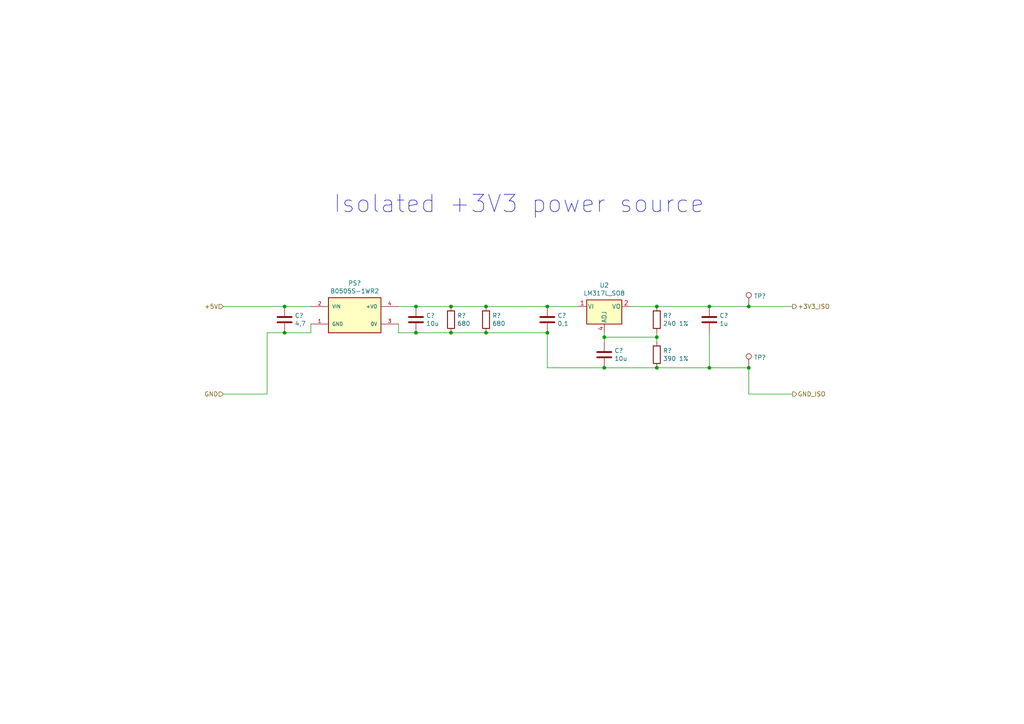
<source format=kicad_sch>
(kicad_sch (version 20231120) (generator "eeschema") (generator_version "8.0")
  (paper "A4")
  (title_block (title "Furnace 230V") (date "2021-08-26") (rev "1.0") (company "Yuriy Volkov"))
  (lib_symbols
    (symbol "B0505S-1WR2:B0505S-1WR2" (pin_names (offset 1.016))
      (property "Reference" "PS" (at -7.62 7.62 0))
      (property "Value" "B0505S-1WR2" (at -7.62 -7.62 0))
      (symbol "B0505S-1WR2_0_0"
        (rectangle (start -7.62 -5.08) (end 7.62 5.08) (stroke (width 0.254)) (fill (type background)))
        (pin power_in line (at -12.7 -2.54 0) (length 5.08) (name "GND") (number "1"))
        (pin power_in line (at -12.7 2.54 0) (length 5.08) (name "VIN") (number "2"))
        (pin power_out line (at 12.7 -2.54 180) (length 5.08) (name "0V") (number "3"))
        (pin power_out line (at 12.7 2.54 180) (length 5.08) (name "+VO") (number "4"))
      )
    )
    (symbol "furnace_230V-rescue:C-Device" (pin_numbers hide) (pin_names (offset 0.254))
      (property "Reference" "C" (at 0.635 2.54 0))
      (property "Value" "C-Device" (at 0.635 -2.54 0))
      (symbol "C-Device_0_1"
        (polyline (pts (xy -2.032 -0.762) (xy 2.032 -0.762)) (stroke (width 0.508)))
        (polyline (pts (xy -2.032 0.762) (xy 2.032 0.762)) (stroke (width 0.508)))
      )
      (symbol "C-Device_1_1"
        (pin passive line (at 0 3.81 270) (length 2.794) (name "~") (number "1"))
        (pin passive line (at 0 -3.81 90) (length 2.794) (name "~") (number "2"))
      )
    )
    (symbol "furnace_230V-rescue:R-Device" (pin_numbers hide) (pin_names (offset 0))
      (property "Reference" "R" (at 2.032 0 90))
      (property "Value" "R-Device" (at 0 0 90))
      (symbol "R-Device_0_1"
        (rectangle (start -1.016 -2.54) (end 1.016 2.54) (stroke (width 0.254)))
      )
      (symbol "R-Device_1_1"
        (pin passive line (at 0 3.81 270) (length 1.27) (name "~") (number "1"))
        (pin passive line (at 0 -3.81 90) (length 1.27) (name "~") (number "2"))
      )
    )
    (symbol "furnace_230V-rescue:TestPoint-Connector" (pin_numbers hide) (pin_names (offset 0.762) hide)
      (property "Reference" "TP" (at 0 6.858 0))
      (property "Value" "TestPoint-Connector" (at 0 5.08 0))
      (symbol "TestPoint-Connector_0_1"
        (circle (center 0 3.302) (radius 0.762))
      )
      (symbol "TestPoint-Connector_1_1"
        (pin passive line (at 0 0 90) (length 2.54) (name "1") (number "1"))
      )
    )
    (symbol "lm317l_so8:LM317L_SO8-Regulator_Linear" (pin_names (offset 0.254))
      (property "Reference" "U" (at -3.81 3.175 0))
      (property "Value" "LM317L_SO8-Regulator_Linear" (at 0 3.175 0))
      (symbol "LM317L_SO8-Regulator_Linear_0_1"
        (rectangle (start -5.08 1.905) (end 5.08 -5.08) (stroke (width 0.254)) (fill (type background)))
      )
      (symbol "LM317L_SO8-Regulator_Linear_1_1"
        (pin power_in line (at -7.62 0 0) (length 2.54) (name "VI") (number "1"))
        (pin power_out line (at 7.62 0 180) (length 2.54) (name "VO") (number "2"))
        (pin passive line (at 7.62 0 180) (length 2.54) hide (name "VO") (number "3"))
        (pin input line (at 0 -7.62 90) (length 2.54) (name "ADJ") (number "4"))
        (pin no_connect line (at -5.08 -2.54 0) (length 2.54) hide (name "NC") (number "5"))
        (pin passive line (at 7.62 0 180) (length 2.54) hide (name "VO") (number "6"))
        (pin passive line (at 7.62 0 180) (length 2.54) hide (name "VO") (number "7"))
        (pin no_connect line (at 5.08 -2.54 180) (length 2.54) hide (name "NC") (number "8"))
      )
    )
  )
  (junction (at 130.81 88.9))
  (junction (at 190.5 106.68))
  (junction (at 217.17 88.9))
  (junction (at 217.17 106.68))
  (junction (at 130.81 96.52))
  (junction (at 158.75 88.9))
  (junction (at 190.5 97.79))
  (junction (at 205.74 88.9))
  (junction (at 190.5 88.9))
  (junction (at 158.75 96.52))
  (junction (at 82.55 88.9))
  (junction (at 175.26 97.79))
  (junction (at 120.65 96.52))
  (junction (at 120.65 88.9))
  (junction (at 205.74 106.68))
  (junction (at 175.26 106.68))
  (junction (at 82.55 96.52))
  (junction (at 140.97 96.52))
  (junction (at 140.97 88.9))
  (wire (pts (xy 175.26 97.79) (xy 190.5 97.79)))
  (wire (pts (xy 158.75 106.68) (xy 175.26 106.68)))
  (wire (pts (xy 175.26 96.52) (xy 175.26 97.79)))
  (wire (pts (xy 182.88 88.9) (xy 190.5 88.9)))
  (wire (pts (xy 77.47 114.3) (xy 77.47 96.52)))
  (wire (pts (xy 115.57 96.52) (xy 115.57 93.98)))
  (wire (pts (xy 175.26 106.68) (xy 190.5 106.68)))
  (wire (pts (xy 158.75 96.52) (xy 158.75 106.68)))
  (wire (pts (xy 130.81 96.52) (xy 140.97 96.52)))
  (wire (pts (xy 130.81 88.9) (xy 140.97 88.9)))
  (wire (pts (xy 64.77 114.3) (xy 77.47 114.3)))
  (wire (pts (xy 205.74 88.9) (xy 217.17 88.9)))
  (wire (pts (xy 115.57 96.52) (xy 120.65 96.52)))
  (wire (pts (xy 190.5 97.79) (xy 190.5 99.06)))
  (wire (pts (xy 140.97 88.9) (xy 158.75 88.9)))
  (wire (pts (xy 158.75 88.9) (xy 167.64 88.9)))
  (wire (pts (xy 205.74 106.68) (xy 190.5 106.68)))
  (wire (pts (xy 175.26 97.79) (xy 175.26 99.06)))
  (wire (pts (xy 217.17 106.68) (xy 205.74 106.68)))
  (wire (pts (xy 120.65 96.52) (xy 130.81 96.52)))
  (wire (pts (xy 205.74 96.52) (xy 205.74 106.68)))
  (wire (pts (xy 120.65 88.9) (xy 115.57 88.9)))
  (wire (pts (xy 217.17 114.3) (xy 217.17 106.68)))
  (wire (pts (xy 82.55 96.52) (xy 90.17 96.52)))
  (wire (pts (xy 217.17 88.9) (xy 229.87 88.9)))
  (wire (pts (xy 120.65 88.9) (xy 130.81 88.9)))
  (wire (pts (xy 190.5 96.52) (xy 190.5 97.79)))
  (wire (pts (xy 77.47 96.52) (xy 82.55 96.52)))
  (wire (pts (xy 229.87 114.3) (xy 217.17 114.3)))
  (wire (pts (xy 90.17 88.9) (xy 82.55 88.9)))
  (wire (pts (xy 64.77 88.9) (xy 82.55 88.9)))
  (wire (pts (xy 190.5 88.9) (xy 205.74 88.9)))
  (wire (pts (xy 90.17 96.52) (xy 90.17 93.98)))
  (wire (pts (xy 140.97 96.52) (xy 158.75 96.52)))
  (text "Isolated +3V3 power source" (at 204.47 62.23 0) (effects (font (size 5.0038 5.0038)) (justify right bottom)))
  (hierarchical_label "+3V3_ISO" (shape output) (at 229.87 88.9 0))
  (hierarchical_label "+5V" (shape input) (at 64.77 88.9 180))
  (hierarchical_label "GND_ISO" (shape output) (at 229.87 114.3 0))
  (hierarchical_label "GND" (shape input) (at 64.77 114.3 180))
  (symbol (lib_id "B0505S-1WR2:B0505S-1WR2") (at 102.87 91.44 0) (unit 1)
    (property "Reference" "PS?" (at 102.87 82.1182 0))
    (property "Value" "B0505S-1WR2" (at 102.87 84.4296 0))
    (property "Footprint" "furnace_230V:B_S-1WR3" (effects (hide yes)))
    (property "STANDARD" "Manufacturer Recommendations" (effects (hide yes)))
    (property "PARTREV" "2018.12.05-B/2" (effects (hide yes)))
    (property "MANUFACTURER" "Mornsun" (effects (hide yes)))
    (property "MAXIMUM_PACKAGE_HEIGHT" "10.41mm" (effects (hide yes)))
    (instances (project "" (path "" (reference "PS?") (unit 1)) (path "" (reference "PS2") (unit 1))))
  )
  (symbol (lib_id "furnace_230V-rescue:C-Device") (at 158.75 92.71 0) (unit 1)
    (property "Reference" "C?" (at 161.671 91.5416 0) (effects (justify left)))
    (property "Value" "0,1" (at 161.671 93.853 0) (effects (justify left)))
    (property "Footprint" "Capacitor_SMD:C_0603_1608Metric_Pad1.05x0.95mm_HandSolder" (effects (hide yes)))
    (instances (project "" (path "" (reference "C?") (unit 1)) (path "" (reference "C10") (unit 1))))
  )
  (symbol (lib_id "furnace_230V-rescue:C-Device") (at 82.55 92.71 0) (unit 1)
    (property "Reference" "C?" (at 85.471 91.5416 0) (effects (justify left)))
    (property "Value" "4,7" (at 85.471 93.853 0) (effects (justify left)))
    (property "Footprint" "Capacitor_SMD:C_1206_3216Metric_Pad1.42x1.75mm_HandSolder" (effects (hide yes)))
    (instances (project "" (path "" (reference "C?") (unit 1)) (path "" (reference "C8") (unit 1))))
  )
  (symbol (lib_id "furnace_230V-rescue:C-Device") (at 120.65 92.71 0) (unit 1)
    (property "Reference" "C?" (at 123.571 91.5416 0) (effects (justify left)))
    (property "Value" "10u" (at 123.571 93.853 0) (effects (justify left)))
    (property "Footprint" "Capacitor_SMD:C_1206_3216Metric_Pad1.42x1.75mm_HandSolder" (effects (hide yes)))
    (instances (project "" (path "" (reference "C?") (unit 1)) (path "" (reference "C9") (unit 1))))
  )
  (symbol (lib_id "furnace_230V-rescue:R-Device") (at 130.81 92.71 0) (unit 1)
    (property "Reference" "R?" (at 132.588 91.5416 0) (effects (justify left)))
    (property "Value" "680" (at 132.588 93.853 0) (effects (justify left)))
    (property "Footprint" "Resistor_SMD:R_0603_1608Metric_Pad1.05x0.95mm_HandSolder" (effects (hide yes)))
    (instances (project "" (path "" (reference "R?") (unit 1)) (path "" (reference "R2") (unit 1))))
  )
  (symbol (lib_id "furnace_230V-rescue:R-Device") (at 140.97 92.71 0) (unit 1)
    (property "Reference" "R?" (at 142.748 91.5416 0) (effects (justify left)))
    (property "Value" "680" (at 142.748 93.853 0) (effects (justify left)))
    (property "Footprint" "Resistor_SMD:R_0603_1608Metric_Pad1.05x0.95mm_HandSolder" (effects (hide yes)))
    (instances (project "" (path "" (reference "R?") (unit 1)) (path "" (reference "R3") (unit 1))))
  )
  (symbol (lib_id "furnace_230V-rescue:C-Device") (at 205.74 92.71 0) (unit 1)
    (property "Reference" "C?" (at 208.661 91.5416 0) (effects (justify left)))
    (property "Value" "1u" (at 208.661 93.853 0) (effects (justify left)))
    (property "Footprint" "Capacitor_SMD:C_0603_1608Metric_Pad1.05x0.95mm_HandSolder" (effects (hide yes)))
    (instances (project "" (path "" (reference "C?") (unit 1)) (path "" (reference "C12") (unit 1))))
  )
  (symbol (lib_id "furnace_230V-rescue:C-Device") (at 175.26 102.87 0) (unit 1)
    (property "Reference" "C?" (at 178.181 101.7016 0) (effects (justify left)))
    (property "Value" "10u" (at 178.181 104.013 0) (effects (justify left)))
    (property "Footprint" "Capacitor_SMD:C_1206_3216Metric_Pad1.42x1.75mm_HandSolder" (effects (hide yes)))
    (instances (project "" (path "" (reference "C?") (unit 1)) (path "" (reference "C11") (unit 1))))
  )
  (symbol (lib_id "furnace_230V-rescue:R-Device") (at 190.5 92.71 0) (unit 1)
    (property "Reference" "R?" (at 192.278 91.5416 0) (effects (justify left)))
    (property "Value" "240 1%" (at 192.278 93.853 0) (effects (justify left)))
    (property "Footprint" "Resistor_SMD:R_0603_1608Metric_Pad1.05x0.95mm_HandSolder" (effects (hide yes)))
    (instances (project "" (path "" (reference "R?") (unit 1)) (path "" (reference "R4") (unit 1))))
  )
  (symbol (lib_id "furnace_230V-rescue:R-Device") (at 190.5 102.87 0) (unit 1)
    (property "Reference" "R?" (at 192.278 101.7016 0) (effects (justify left)))
    (property "Value" "390 1%" (at 192.278 104.013 0) (effects (justify left)))
    (property "Footprint" "Resistor_SMD:R_0603_1608Metric_Pad1.05x0.95mm_HandSolder" (effects (hide yes)))
    (instances (project "" (path "" (reference "R?") (unit 1)) (path "" (reference "R5") (unit 1))))
  )
  (symbol (lib_id "lm317l_so8:LM317L_SO8-Regulator_Linear") (at 175.26 88.9 0) (unit 1)
    (property "Reference" "U2" (at 175.26 82.7532 0))
    (property "Value" "LM317L_SO8" (at 175.26 85.0646 0))
    (property "Footprint" "Package_SO:SOIC-8_3.9x4.9mm_P1.27mm" (effects (hide yes)))
    (property "Datasheet" "http://www.ti.com/lit/ds/snvs775k/snvs775k.pdf" (effects (hide yes)))
  )
  (symbol (lib_id "furnace_230V-rescue:TestPoint-Connector") (at 217.17 106.68 0) (unit 1)
    (property "Reference" "TP?" (at 218.6432 103.6828 0) (effects (justify left)))
    (property "Value" "TestPoint" (effects (hide yes)))
    (property "Footprint" "furnace_230V:TP" (effects (hide yes)))
    (instances (project "" (path "" (reference "TP?") (unit 1)) (path "" (reference "TP5") (unit 1))))
  )
  (symbol (lib_id "furnace_230V-rescue:TestPoint-Connector") (at 217.17 88.9 0) (unit 1)
    (property "Reference" "TP?" (at 218.6432 85.9028 0) (effects (justify left)))
    (property "Value" "TestPoint" (effects (hide yes)))
    (property "Footprint" "furnace_230V:TP" (effects (hide yes)))
    (instances (project "" (path "" (reference "TP?") (unit 1)) (path "" (reference "TP4") (unit 1))))
  )
)
</source>
